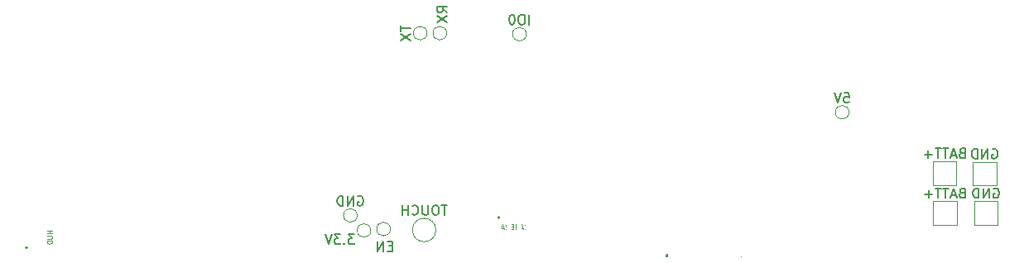
<source format=gbo>
G04 #@! TF.GenerationSoftware,KiCad,Pcbnew,8.0.8*
G04 #@! TF.CreationDate,2025-08-03T03:16:57+05:30*
G04 #@! TF.ProjectId,main,6d61696e-2e6b-4696-9361-645f70636258,rev?*
G04 #@! TF.SameCoordinates,Original*
G04 #@! TF.FileFunction,Legend,Bot*
G04 #@! TF.FilePolarity,Positive*
%FSLAX46Y46*%
G04 Gerber Fmt 4.6, Leading zero omitted, Abs format (unit mm)*
G04 Created by KiCad (PCBNEW 8.0.8) date 2025-08-03 03:16:57*
%MOMM*%
%LPD*%
G01*
G04 APERTURE LIST*
%ADD10C,0.150000*%
%ADD11C,0.070000*%
%ADD12C,0.120000*%
%ADD13C,0.200000*%
%ADD14C,0.325000*%
%ADD15C,1.100000*%
%ADD16R,2.000000X2.000000*%
%ADD17C,1.000000*%
%ADD18C,2.000000*%
%ADD19C,0.750000*%
%ADD20O,1.200000X1.900000*%
%ADD21C,1.450000*%
%ADD22R,1.550000X0.600000*%
%ADD23R,0.600000X1.550000*%
%ADD24C,3.200000*%
%ADD25C,2.200000*%
G04 APERTURE END LIST*
D10*
X256736904Y-73265052D02*
X256832142Y-73217433D01*
X256832142Y-73217433D02*
X256974999Y-73217433D01*
X256974999Y-73217433D02*
X257117856Y-73265052D01*
X257117856Y-73265052D02*
X257213094Y-73360290D01*
X257213094Y-73360290D02*
X257260713Y-73455528D01*
X257260713Y-73455528D02*
X257308332Y-73646004D01*
X257308332Y-73646004D02*
X257308332Y-73788861D01*
X257308332Y-73788861D02*
X257260713Y-73979337D01*
X257260713Y-73979337D02*
X257213094Y-74074575D01*
X257213094Y-74074575D02*
X257117856Y-74169814D01*
X257117856Y-74169814D02*
X256974999Y-74217433D01*
X256974999Y-74217433D02*
X256879761Y-74217433D01*
X256879761Y-74217433D02*
X256736904Y-74169814D01*
X256736904Y-74169814D02*
X256689285Y-74122194D01*
X256689285Y-74122194D02*
X256689285Y-73788861D01*
X256689285Y-73788861D02*
X256879761Y-73788861D01*
X256260713Y-74217433D02*
X256260713Y-73217433D01*
X256260713Y-73217433D02*
X255689285Y-74217433D01*
X255689285Y-74217433D02*
X255689285Y-73217433D01*
X255213094Y-74217433D02*
X255213094Y-73217433D01*
X255213094Y-73217433D02*
X254974999Y-73217433D01*
X254974999Y-73217433D02*
X254832142Y-73265052D01*
X254832142Y-73265052D02*
X254736904Y-73360290D01*
X254736904Y-73360290D02*
X254689285Y-73455528D01*
X254689285Y-73455528D02*
X254641666Y-73646004D01*
X254641666Y-73646004D02*
X254641666Y-73788861D01*
X254641666Y-73788861D02*
X254689285Y-73979337D01*
X254689285Y-73979337D02*
X254736904Y-74074575D01*
X254736904Y-74074575D02*
X254832142Y-74169814D01*
X254832142Y-74169814D02*
X254974999Y-74217433D01*
X254974999Y-74217433D02*
X255213094Y-74217433D01*
X253518095Y-73701623D02*
X253375238Y-73749242D01*
X253375238Y-73749242D02*
X253327619Y-73796861D01*
X253327619Y-73796861D02*
X253280000Y-73892099D01*
X253280000Y-73892099D02*
X253280000Y-74034956D01*
X253280000Y-74034956D02*
X253327619Y-74130194D01*
X253327619Y-74130194D02*
X253375238Y-74177814D01*
X253375238Y-74177814D02*
X253470476Y-74225433D01*
X253470476Y-74225433D02*
X253851428Y-74225433D01*
X253851428Y-74225433D02*
X253851428Y-73225433D01*
X253851428Y-73225433D02*
X253518095Y-73225433D01*
X253518095Y-73225433D02*
X253422857Y-73273052D01*
X253422857Y-73273052D02*
X253375238Y-73320671D01*
X253375238Y-73320671D02*
X253327619Y-73415909D01*
X253327619Y-73415909D02*
X253327619Y-73511147D01*
X253327619Y-73511147D02*
X253375238Y-73606385D01*
X253375238Y-73606385D02*
X253422857Y-73654004D01*
X253422857Y-73654004D02*
X253518095Y-73701623D01*
X253518095Y-73701623D02*
X253851428Y-73701623D01*
X252899047Y-73939718D02*
X252422857Y-73939718D01*
X252994285Y-74225433D02*
X252660952Y-73225433D01*
X252660952Y-73225433D02*
X252327619Y-74225433D01*
X252137142Y-73225433D02*
X251565714Y-73225433D01*
X251851428Y-74225433D02*
X251851428Y-73225433D01*
X251375237Y-73225433D02*
X250803809Y-73225433D01*
X251089523Y-74225433D02*
X251089523Y-73225433D01*
X250470475Y-73844480D02*
X249708571Y-73844480D01*
X250089523Y-74225433D02*
X250089523Y-73463528D01*
X253488095Y-69618623D02*
X253345238Y-69666242D01*
X253345238Y-69666242D02*
X253297619Y-69713861D01*
X253297619Y-69713861D02*
X253250000Y-69809099D01*
X253250000Y-69809099D02*
X253250000Y-69951956D01*
X253250000Y-69951956D02*
X253297619Y-70047194D01*
X253297619Y-70047194D02*
X253345238Y-70094814D01*
X253345238Y-70094814D02*
X253440476Y-70142433D01*
X253440476Y-70142433D02*
X253821428Y-70142433D01*
X253821428Y-70142433D02*
X253821428Y-69142433D01*
X253821428Y-69142433D02*
X253488095Y-69142433D01*
X253488095Y-69142433D02*
X253392857Y-69190052D01*
X253392857Y-69190052D02*
X253345238Y-69237671D01*
X253345238Y-69237671D02*
X253297619Y-69332909D01*
X253297619Y-69332909D02*
X253297619Y-69428147D01*
X253297619Y-69428147D02*
X253345238Y-69523385D01*
X253345238Y-69523385D02*
X253392857Y-69571004D01*
X253392857Y-69571004D02*
X253488095Y-69618623D01*
X253488095Y-69618623D02*
X253821428Y-69618623D01*
X252869047Y-69856718D02*
X252392857Y-69856718D01*
X252964285Y-70142433D02*
X252630952Y-69142433D01*
X252630952Y-69142433D02*
X252297619Y-70142433D01*
X252107142Y-69142433D02*
X251535714Y-69142433D01*
X251821428Y-70142433D02*
X251821428Y-69142433D01*
X251345237Y-69142433D02*
X250773809Y-69142433D01*
X251059523Y-70142433D02*
X251059523Y-69142433D01*
X250440475Y-69761480D02*
X249678571Y-69761480D01*
X250059523Y-70142433D02*
X250059523Y-69380528D01*
X256605904Y-69237052D02*
X256701142Y-69189433D01*
X256701142Y-69189433D02*
X256843999Y-69189433D01*
X256843999Y-69189433D02*
X256986856Y-69237052D01*
X256986856Y-69237052D02*
X257082094Y-69332290D01*
X257082094Y-69332290D02*
X257129713Y-69427528D01*
X257129713Y-69427528D02*
X257177332Y-69618004D01*
X257177332Y-69618004D02*
X257177332Y-69760861D01*
X257177332Y-69760861D02*
X257129713Y-69951337D01*
X257129713Y-69951337D02*
X257082094Y-70046575D01*
X257082094Y-70046575D02*
X256986856Y-70141814D01*
X256986856Y-70141814D02*
X256843999Y-70189433D01*
X256843999Y-70189433D02*
X256748761Y-70189433D01*
X256748761Y-70189433D02*
X256605904Y-70141814D01*
X256605904Y-70141814D02*
X256558285Y-70094194D01*
X256558285Y-70094194D02*
X256558285Y-69760861D01*
X256558285Y-69760861D02*
X256748761Y-69760861D01*
X256129713Y-70189433D02*
X256129713Y-69189433D01*
X256129713Y-69189433D02*
X255558285Y-70189433D01*
X255558285Y-70189433D02*
X255558285Y-69189433D01*
X255082094Y-70189433D02*
X255082094Y-69189433D01*
X255082094Y-69189433D02*
X254843999Y-69189433D01*
X254843999Y-69189433D02*
X254701142Y-69237052D01*
X254701142Y-69237052D02*
X254605904Y-69332290D01*
X254605904Y-69332290D02*
X254558285Y-69427528D01*
X254558285Y-69427528D02*
X254510666Y-69618004D01*
X254510666Y-69618004D02*
X254510666Y-69760861D01*
X254510666Y-69760861D02*
X254558285Y-69951337D01*
X254558285Y-69951337D02*
X254605904Y-70046575D01*
X254605904Y-70046575D02*
X254701142Y-70141814D01*
X254701142Y-70141814D02*
X254843999Y-70189433D01*
X254843999Y-70189433D02*
X255082094Y-70189433D01*
X196106819Y-56588095D02*
X196106819Y-57159523D01*
X197106819Y-56873809D02*
X196106819Y-56873809D01*
X196106819Y-57397619D02*
X197106819Y-58064285D01*
X196106819Y-58064285D02*
X197106819Y-57397619D01*
X200854819Y-55233333D02*
X200378628Y-54900000D01*
X200854819Y-54661905D02*
X199854819Y-54661905D01*
X199854819Y-54661905D02*
X199854819Y-55042857D01*
X199854819Y-55042857D02*
X199902438Y-55138095D01*
X199902438Y-55138095D02*
X199950057Y-55185714D01*
X199950057Y-55185714D02*
X200045295Y-55233333D01*
X200045295Y-55233333D02*
X200188152Y-55233333D01*
X200188152Y-55233333D02*
X200283390Y-55185714D01*
X200283390Y-55185714D02*
X200331009Y-55138095D01*
X200331009Y-55138095D02*
X200378628Y-55042857D01*
X200378628Y-55042857D02*
X200378628Y-54661905D01*
X199854819Y-55566667D02*
X200854819Y-56233333D01*
X199854819Y-56233333D02*
X200854819Y-55566667D01*
X191711904Y-74054438D02*
X191807142Y-74006819D01*
X191807142Y-74006819D02*
X191949999Y-74006819D01*
X191949999Y-74006819D02*
X192092856Y-74054438D01*
X192092856Y-74054438D02*
X192188094Y-74149676D01*
X192188094Y-74149676D02*
X192235713Y-74244914D01*
X192235713Y-74244914D02*
X192283332Y-74435390D01*
X192283332Y-74435390D02*
X192283332Y-74578247D01*
X192283332Y-74578247D02*
X192235713Y-74768723D01*
X192235713Y-74768723D02*
X192188094Y-74863961D01*
X192188094Y-74863961D02*
X192092856Y-74959200D01*
X192092856Y-74959200D02*
X191949999Y-75006819D01*
X191949999Y-75006819D02*
X191854761Y-75006819D01*
X191854761Y-75006819D02*
X191711904Y-74959200D01*
X191711904Y-74959200D02*
X191664285Y-74911580D01*
X191664285Y-74911580D02*
X191664285Y-74578247D01*
X191664285Y-74578247D02*
X191854761Y-74578247D01*
X191235713Y-75006819D02*
X191235713Y-74006819D01*
X191235713Y-74006819D02*
X190664285Y-75006819D01*
X190664285Y-75006819D02*
X190664285Y-74006819D01*
X190188094Y-75006819D02*
X190188094Y-74006819D01*
X190188094Y-74006819D02*
X189949999Y-74006819D01*
X189949999Y-74006819D02*
X189807142Y-74054438D01*
X189807142Y-74054438D02*
X189711904Y-74149676D01*
X189711904Y-74149676D02*
X189664285Y-74244914D01*
X189664285Y-74244914D02*
X189616666Y-74435390D01*
X189616666Y-74435390D02*
X189616666Y-74578247D01*
X189616666Y-74578247D02*
X189664285Y-74768723D01*
X189664285Y-74768723D02*
X189711904Y-74863961D01*
X189711904Y-74863961D02*
X189807142Y-74959200D01*
X189807142Y-74959200D02*
X189949999Y-75006819D01*
X189949999Y-75006819D02*
X190188094Y-75006819D01*
X191376189Y-77954819D02*
X190757142Y-77954819D01*
X190757142Y-77954819D02*
X191090475Y-78335771D01*
X191090475Y-78335771D02*
X190947618Y-78335771D01*
X190947618Y-78335771D02*
X190852380Y-78383390D01*
X190852380Y-78383390D02*
X190804761Y-78431009D01*
X190804761Y-78431009D02*
X190757142Y-78526247D01*
X190757142Y-78526247D02*
X190757142Y-78764342D01*
X190757142Y-78764342D02*
X190804761Y-78859580D01*
X190804761Y-78859580D02*
X190852380Y-78907200D01*
X190852380Y-78907200D02*
X190947618Y-78954819D01*
X190947618Y-78954819D02*
X191233332Y-78954819D01*
X191233332Y-78954819D02*
X191328570Y-78907200D01*
X191328570Y-78907200D02*
X191376189Y-78859580D01*
X190328570Y-78859580D02*
X190280951Y-78907200D01*
X190280951Y-78907200D02*
X190328570Y-78954819D01*
X190328570Y-78954819D02*
X190376189Y-78907200D01*
X190376189Y-78907200D02*
X190328570Y-78859580D01*
X190328570Y-78859580D02*
X190328570Y-78954819D01*
X189947618Y-77954819D02*
X189328571Y-77954819D01*
X189328571Y-77954819D02*
X189661904Y-78335771D01*
X189661904Y-78335771D02*
X189519047Y-78335771D01*
X189519047Y-78335771D02*
X189423809Y-78383390D01*
X189423809Y-78383390D02*
X189376190Y-78431009D01*
X189376190Y-78431009D02*
X189328571Y-78526247D01*
X189328571Y-78526247D02*
X189328571Y-78764342D01*
X189328571Y-78764342D02*
X189376190Y-78859580D01*
X189376190Y-78859580D02*
X189423809Y-78907200D01*
X189423809Y-78907200D02*
X189519047Y-78954819D01*
X189519047Y-78954819D02*
X189804761Y-78954819D01*
X189804761Y-78954819D02*
X189899999Y-78907200D01*
X189899999Y-78907200D02*
X189947618Y-78859580D01*
X189042856Y-77954819D02*
X188709523Y-78954819D01*
X188709523Y-78954819D02*
X188376190Y-77954819D01*
X241440476Y-63456819D02*
X241916666Y-63456819D01*
X241916666Y-63456819D02*
X241964285Y-63933009D01*
X241964285Y-63933009D02*
X241916666Y-63885390D01*
X241916666Y-63885390D02*
X241821428Y-63837771D01*
X241821428Y-63837771D02*
X241583333Y-63837771D01*
X241583333Y-63837771D02*
X241488095Y-63885390D01*
X241488095Y-63885390D02*
X241440476Y-63933009D01*
X241440476Y-63933009D02*
X241392857Y-64028247D01*
X241392857Y-64028247D02*
X241392857Y-64266342D01*
X241392857Y-64266342D02*
X241440476Y-64361580D01*
X241440476Y-64361580D02*
X241488095Y-64409200D01*
X241488095Y-64409200D02*
X241583333Y-64456819D01*
X241583333Y-64456819D02*
X241821428Y-64456819D01*
X241821428Y-64456819D02*
X241916666Y-64409200D01*
X241916666Y-64409200D02*
X241964285Y-64361580D01*
X241107142Y-63456819D02*
X240773809Y-64456819D01*
X240773809Y-64456819D02*
X240440476Y-63456819D01*
X200857142Y-74956819D02*
X200285714Y-74956819D01*
X200571428Y-75956819D02*
X200571428Y-74956819D01*
X199761904Y-74956819D02*
X199571428Y-74956819D01*
X199571428Y-74956819D02*
X199476190Y-75004438D01*
X199476190Y-75004438D02*
X199380952Y-75099676D01*
X199380952Y-75099676D02*
X199333333Y-75290152D01*
X199333333Y-75290152D02*
X199333333Y-75623485D01*
X199333333Y-75623485D02*
X199380952Y-75813961D01*
X199380952Y-75813961D02*
X199476190Y-75909200D01*
X199476190Y-75909200D02*
X199571428Y-75956819D01*
X199571428Y-75956819D02*
X199761904Y-75956819D01*
X199761904Y-75956819D02*
X199857142Y-75909200D01*
X199857142Y-75909200D02*
X199952380Y-75813961D01*
X199952380Y-75813961D02*
X199999999Y-75623485D01*
X199999999Y-75623485D02*
X199999999Y-75290152D01*
X199999999Y-75290152D02*
X199952380Y-75099676D01*
X199952380Y-75099676D02*
X199857142Y-75004438D01*
X199857142Y-75004438D02*
X199761904Y-74956819D01*
X198904761Y-74956819D02*
X198904761Y-75766342D01*
X198904761Y-75766342D02*
X198857142Y-75861580D01*
X198857142Y-75861580D02*
X198809523Y-75909200D01*
X198809523Y-75909200D02*
X198714285Y-75956819D01*
X198714285Y-75956819D02*
X198523809Y-75956819D01*
X198523809Y-75956819D02*
X198428571Y-75909200D01*
X198428571Y-75909200D02*
X198380952Y-75861580D01*
X198380952Y-75861580D02*
X198333333Y-75766342D01*
X198333333Y-75766342D02*
X198333333Y-74956819D01*
X197285714Y-75861580D02*
X197333333Y-75909200D01*
X197333333Y-75909200D02*
X197476190Y-75956819D01*
X197476190Y-75956819D02*
X197571428Y-75956819D01*
X197571428Y-75956819D02*
X197714285Y-75909200D01*
X197714285Y-75909200D02*
X197809523Y-75813961D01*
X197809523Y-75813961D02*
X197857142Y-75718723D01*
X197857142Y-75718723D02*
X197904761Y-75528247D01*
X197904761Y-75528247D02*
X197904761Y-75385390D01*
X197904761Y-75385390D02*
X197857142Y-75194914D01*
X197857142Y-75194914D02*
X197809523Y-75099676D01*
X197809523Y-75099676D02*
X197714285Y-75004438D01*
X197714285Y-75004438D02*
X197571428Y-74956819D01*
X197571428Y-74956819D02*
X197476190Y-74956819D01*
X197476190Y-74956819D02*
X197333333Y-75004438D01*
X197333333Y-75004438D02*
X197285714Y-75052057D01*
X196857142Y-75956819D02*
X196857142Y-74956819D01*
X196857142Y-75433009D02*
X196285714Y-75433009D01*
X196285714Y-75956819D02*
X196285714Y-74956819D01*
X209249999Y-56456819D02*
X209249999Y-55456819D01*
X208583333Y-55456819D02*
X208392857Y-55456819D01*
X208392857Y-55456819D02*
X208297619Y-55504438D01*
X208297619Y-55504438D02*
X208202381Y-55599676D01*
X208202381Y-55599676D02*
X208154762Y-55790152D01*
X208154762Y-55790152D02*
X208154762Y-56123485D01*
X208154762Y-56123485D02*
X208202381Y-56313961D01*
X208202381Y-56313961D02*
X208297619Y-56409200D01*
X208297619Y-56409200D02*
X208392857Y-56456819D01*
X208392857Y-56456819D02*
X208583333Y-56456819D01*
X208583333Y-56456819D02*
X208678571Y-56409200D01*
X208678571Y-56409200D02*
X208773809Y-56313961D01*
X208773809Y-56313961D02*
X208821428Y-56123485D01*
X208821428Y-56123485D02*
X208821428Y-55790152D01*
X208821428Y-55790152D02*
X208773809Y-55599676D01*
X208773809Y-55599676D02*
X208678571Y-55504438D01*
X208678571Y-55504438D02*
X208583333Y-55456819D01*
X207535714Y-55456819D02*
X207440476Y-55456819D01*
X207440476Y-55456819D02*
X207345238Y-55504438D01*
X207345238Y-55504438D02*
X207297619Y-55552057D01*
X207297619Y-55552057D02*
X207250000Y-55647295D01*
X207250000Y-55647295D02*
X207202381Y-55837771D01*
X207202381Y-55837771D02*
X207202381Y-56075866D01*
X207202381Y-56075866D02*
X207250000Y-56266342D01*
X207250000Y-56266342D02*
X207297619Y-56361580D01*
X207297619Y-56361580D02*
X207345238Y-56409200D01*
X207345238Y-56409200D02*
X207440476Y-56456819D01*
X207440476Y-56456819D02*
X207535714Y-56456819D01*
X207535714Y-56456819D02*
X207630952Y-56409200D01*
X207630952Y-56409200D02*
X207678571Y-56361580D01*
X207678571Y-56361580D02*
X207726190Y-56266342D01*
X207726190Y-56266342D02*
X207773809Y-56075866D01*
X207773809Y-56075866D02*
X207773809Y-55837771D01*
X207773809Y-55837771D02*
X207726190Y-55647295D01*
X207726190Y-55647295D02*
X207678571Y-55552057D01*
X207678571Y-55552057D02*
X207630952Y-55504438D01*
X207630952Y-55504438D02*
X207535714Y-55456819D01*
X195238094Y-79131009D02*
X194904761Y-79131009D01*
X194761904Y-79654819D02*
X195238094Y-79654819D01*
X195238094Y-79654819D02*
X195238094Y-78654819D01*
X195238094Y-78654819D02*
X194761904Y-78654819D01*
X194333332Y-79654819D02*
X194333332Y-78654819D01*
X194333332Y-78654819D02*
X193761904Y-79654819D01*
X193761904Y-79654819D02*
X193761904Y-78654819D01*
D11*
X160442669Y-77575237D02*
X159942669Y-77575237D01*
X160180764Y-77575237D02*
X160180764Y-77860951D01*
X160442669Y-77860951D02*
X159942669Y-77860951D01*
X159942669Y-78099047D02*
X160347431Y-78099047D01*
X160347431Y-78099047D02*
X160395050Y-78122857D01*
X160395050Y-78122857D02*
X160418860Y-78146666D01*
X160418860Y-78146666D02*
X160442669Y-78194285D01*
X160442669Y-78194285D02*
X160442669Y-78289523D01*
X160442669Y-78289523D02*
X160418860Y-78337142D01*
X160418860Y-78337142D02*
X160395050Y-78360952D01*
X160395050Y-78360952D02*
X160347431Y-78384761D01*
X160347431Y-78384761D02*
X159942669Y-78384761D01*
X160442669Y-78622857D02*
X159942669Y-78622857D01*
X159942669Y-78622857D02*
X159942669Y-78741905D01*
X159942669Y-78741905D02*
X159966479Y-78813333D01*
X159966479Y-78813333D02*
X160014098Y-78860952D01*
X160014098Y-78860952D02*
X160061717Y-78884762D01*
X160061717Y-78884762D02*
X160156955Y-78908571D01*
X160156955Y-78908571D02*
X160228383Y-78908571D01*
X160228383Y-78908571D02*
X160323621Y-78884762D01*
X160323621Y-78884762D02*
X160371240Y-78860952D01*
X160371240Y-78860952D02*
X160418860Y-78813333D01*
X160418860Y-78813333D02*
X160442669Y-78741905D01*
X160442669Y-78741905D02*
X160442669Y-78622857D01*
X208807714Y-77390050D02*
X208831523Y-77413860D01*
X208831523Y-77413860D02*
X208902952Y-77437669D01*
X208902952Y-77437669D02*
X208950571Y-77437669D01*
X208950571Y-77437669D02*
X209021999Y-77413860D01*
X209021999Y-77413860D02*
X209069618Y-77366240D01*
X209069618Y-77366240D02*
X209093428Y-77318621D01*
X209093428Y-77318621D02*
X209117237Y-77223383D01*
X209117237Y-77223383D02*
X209117237Y-77151955D01*
X209117237Y-77151955D02*
X209093428Y-77056717D01*
X209093428Y-77056717D02*
X209069618Y-77009098D01*
X209069618Y-77009098D02*
X209021999Y-76961479D01*
X209021999Y-76961479D02*
X208950571Y-76937669D01*
X208950571Y-76937669D02*
X208902952Y-76937669D01*
X208902952Y-76937669D02*
X208831523Y-76961479D01*
X208831523Y-76961479D02*
X208807714Y-76985288D01*
X208617237Y-77294812D02*
X208379142Y-77294812D01*
X208664856Y-77437669D02*
X208498190Y-76937669D01*
X208498190Y-76937669D02*
X208331523Y-77437669D01*
X208164857Y-77437669D02*
X208164857Y-76937669D01*
X208164857Y-76937669D02*
X207998190Y-77294812D01*
X207998190Y-77294812D02*
X207831524Y-76937669D01*
X207831524Y-76937669D02*
X207831524Y-77437669D01*
X207593428Y-77175764D02*
X207426761Y-77175764D01*
X207355333Y-77437669D02*
X207593428Y-77437669D01*
X207593428Y-77437669D02*
X207593428Y-76937669D01*
X207593428Y-76937669D02*
X207355333Y-76937669D01*
X206855333Y-77437669D02*
X207021999Y-77199574D01*
X207141047Y-77437669D02*
X207141047Y-76937669D01*
X207141047Y-76937669D02*
X206950571Y-76937669D01*
X206950571Y-76937669D02*
X206902952Y-76961479D01*
X206902952Y-76961479D02*
X206879142Y-76985288D01*
X206879142Y-76985288D02*
X206855333Y-77032907D01*
X206855333Y-77032907D02*
X206855333Y-77104336D01*
X206855333Y-77104336D02*
X206879142Y-77151955D01*
X206879142Y-77151955D02*
X206902952Y-77175764D01*
X206902952Y-77175764D02*
X206950571Y-77199574D01*
X206950571Y-77199574D02*
X207141047Y-77199574D01*
X206664856Y-77294812D02*
X206426761Y-77294812D01*
X206712475Y-77437669D02*
X206545809Y-76937669D01*
X206545809Y-76937669D02*
X206379142Y-77437669D01*
D10*
X230937500Y-80062500D02*
X230837500Y-80062500D01*
X223337500Y-80062500D02*
X223237500Y-80062500D01*
X230937500Y-80162500D02*
X230737500Y-80162500D01*
X223337500Y-80162500D02*
X223437500Y-80062500D01*
X223237500Y-80162500D02*
X223337500Y-80162500D01*
X230737500Y-80062500D02*
X230937500Y-80062500D01*
X223237500Y-80062500D02*
X223237500Y-80162500D01*
X223437500Y-80062500D02*
X223337500Y-80062500D01*
X230737500Y-80162500D02*
X230737500Y-80062500D01*
X230937500Y-80062500D02*
X230937500Y-80162500D01*
D12*
X254775000Y-74560614D02*
X257175000Y-74560614D01*
X257175000Y-74560614D02*
X257175000Y-76960614D01*
X254775000Y-76960614D02*
X254775000Y-74560614D01*
X257175000Y-76960614D02*
X254775000Y-76960614D01*
X252980000Y-76968614D02*
X250580000Y-76968614D01*
X250580000Y-76968614D02*
X250580000Y-74568614D01*
X252980000Y-74568614D02*
X252980000Y-76968614D01*
X250580000Y-74568614D02*
X252980000Y-74568614D01*
X252950000Y-72885614D02*
X250550000Y-72885614D01*
X250550000Y-72885614D02*
X250550000Y-70485614D01*
X252950000Y-70485614D02*
X252950000Y-72885614D01*
X250550000Y-70485614D02*
X252950000Y-70485614D01*
X254644000Y-70532614D02*
X257044000Y-70532614D01*
X257044000Y-70532614D02*
X257044000Y-72932614D01*
X254644000Y-72932614D02*
X254644000Y-70532614D01*
X257044000Y-72932614D02*
X254644000Y-72932614D01*
X198800000Y-57350000D02*
G75*
G02*
X197400000Y-57350000I-700000J0D01*
G01*
X197400000Y-57350000D02*
G75*
G02*
X198800000Y-57350000I700000J0D01*
G01*
X200800000Y-57350000D02*
G75*
G02*
X199400000Y-57350000I-700000J0D01*
G01*
X199400000Y-57350000D02*
G75*
G02*
X200800000Y-57350000I700000J0D01*
G01*
X191650000Y-76000000D02*
G75*
G02*
X190250000Y-76000000I-700000J0D01*
G01*
X190250000Y-76000000D02*
G75*
G02*
X191650000Y-76000000I700000J0D01*
G01*
X193050000Y-77550000D02*
G75*
G02*
X191650000Y-77550000I-700000J0D01*
G01*
X191650000Y-77550000D02*
G75*
G02*
X193050000Y-77550000I700000J0D01*
G01*
X241950000Y-65450000D02*
G75*
G02*
X240550000Y-65450000I-700000J0D01*
G01*
X240550000Y-65450000D02*
G75*
G02*
X241950000Y-65450000I700000J0D01*
G01*
X199700000Y-77500000D02*
G75*
G02*
X197300000Y-77500000I-1200000J0D01*
G01*
X197300000Y-77500000D02*
G75*
G02*
X199700000Y-77500000I1200000J0D01*
G01*
X208950000Y-57450000D02*
G75*
G02*
X207550000Y-57450000I-700000J0D01*
G01*
X207550000Y-57450000D02*
G75*
G02*
X208950000Y-57450000I700000J0D01*
G01*
X195050000Y-77400000D02*
G75*
G02*
X193650000Y-77400000I-700000J0D01*
G01*
X193650000Y-77400000D02*
G75*
G02*
X195050000Y-77400000I700000J0D01*
G01*
D13*
X157915000Y-79320000D02*
G75*
G02*
X157715000Y-79320000I-100000J0D01*
G01*
X157715000Y-79320000D02*
G75*
G02*
X157915000Y-79320000I100000J0D01*
G01*
X206249000Y-76225000D02*
G75*
G02*
X206049000Y-76225000I-100000J0D01*
G01*
X206049000Y-76225000D02*
G75*
G02*
X206249000Y-76225000I100000J0D01*
G01*
%LPC*%
D14*
X182225000Y-78011000D03*
X175225000Y-78011000D03*
D15*
X223917500Y-80052500D03*
X230437500Y-80062500D03*
D16*
X255975000Y-75760614D03*
X251780000Y-75768614D03*
X251750000Y-71685614D03*
X255844000Y-71732614D03*
D17*
X198100000Y-57350000D03*
X200100000Y-57350000D03*
X190950000Y-76000000D03*
X192350000Y-77550000D03*
X241250000Y-65450000D03*
D18*
X198500000Y-77500000D03*
D17*
X208250000Y-57450000D03*
X194350000Y-77400000D03*
D19*
X161575000Y-78925000D03*
X161575000Y-76175000D03*
D20*
X220700000Y-79550000D03*
D21*
X219700000Y-76850000D03*
X214700000Y-76850000D03*
D20*
X213700000Y-79550000D03*
D22*
X158800000Y-74528000D03*
X158800000Y-75430000D03*
X158800000Y-76300000D03*
X158800000Y-77300000D03*
X158800000Y-78300000D03*
X158800000Y-79300000D03*
D23*
X206169000Y-77210000D03*
X207169000Y-77210000D03*
X208169000Y-77210000D03*
X209169000Y-77210000D03*
X210039000Y-77210000D03*
D24*
X230200000Y-64900000D03*
D25*
X159600000Y-66900000D03*
%LPD*%
M02*

</source>
